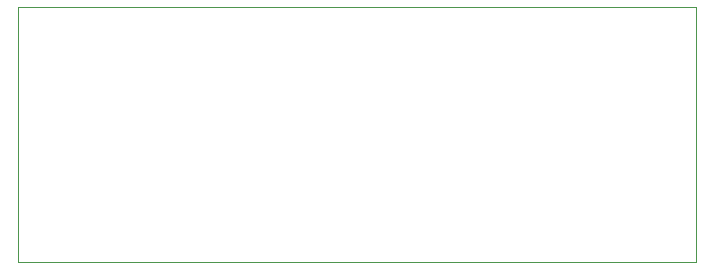
<source format=gm1>
%TF.GenerationSoftware,KiCad,Pcbnew,(2015-07-20 BZR 5967, Git 8482637)-product*%
%TF.CreationDate,2015-07-23T15:05:17+02:00*%
%TF.JobID,KIS-3R33S_breakout,4B49532D33523333535F627265616B6F,0.12.d*%
%TF.FileFunction,Profile,NP*%
%FSLAX46Y46*%
G04 Gerber Fmt 4.6, Leading zero omitted, Abs format (unit mm)*
G04 Created by KiCad (PCBNEW (2015-07-20 BZR 5967, Git 8482637)-product) date Thu 23 Jul 2015 03:05:17 PM CEST*
%MOMM*%
G01*
G04 APERTURE LIST*
%ADD10C,0.100000*%
G04 APERTURE END LIST*
D10*
X185800000Y-89200000D02*
X128400000Y-89200000D01*
X185800000Y-110800000D02*
X185800000Y-89200000D01*
X128400000Y-110800000D02*
X185800000Y-110800000D01*
X128400000Y-89200000D02*
X128400000Y-110800000D01*
M02*

</source>
